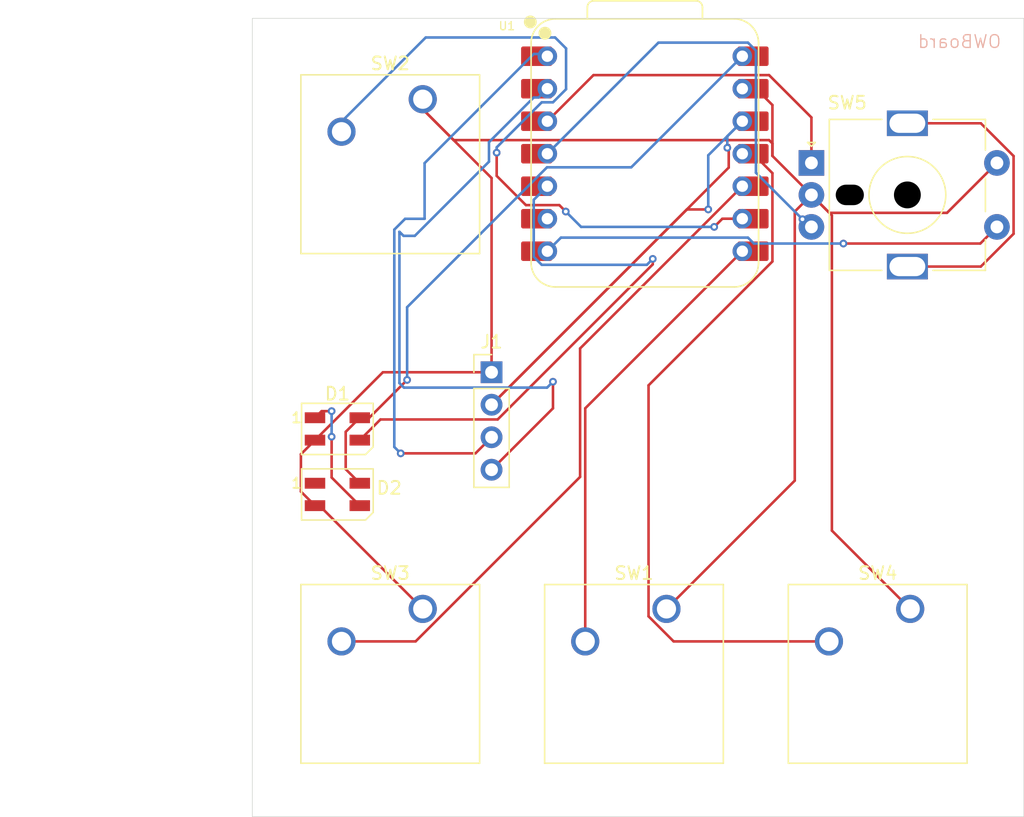
<source format=kicad_pcb>
(kicad_pcb (version 20241229) (generator "pcbnew") (generator_version "9.0")
  (layers (0 "F.Cu" signal) (2 "B.Cu" signal) (13 "F.Paste" user) (15 "B.Paste" user) (5 "F.SilkS" user "F.Silkscreen") (7 "B.SilkS" user "B.Silkscreen") (1 "F.Mask" user) (3 "B.Mask" user) (25 "Edge.Cuts" user))
  (net 0 "")
  (net 1 "GND")
  (net 2 "Net-(D1-DOUT)")
  (net 3 "Net-(D1-DIN)")
  (net 4 "+5V")
  (net 6 "Net-(J1-Pin_4)")
  (net 7 "Net-(J1-Pin_2)")
  (net 8 "Net-(J1-Pin_3)")
  (net 9 "Net-(U1-GPIO1{slash}RX)")
  (net 10 "Net-(U1-GPIO2{slash}SCK)")
  (net 11 "Net-(U1-GPIO4{slash}MISO)")
  (net 12 "Net-(U1-GPIO3{slash}MOSI)")
  (net 13 "Net-(U1-GPIO28{slash}ADC2{slash}A2)")
  (net 14 "unconnected-(SW5-PadMP)")
  (net 15 "Net-(U1-GPIO29{slash}ADC3{slash}A3)")
  (net 16 "Net-(U1-GPIO0{slash}TX)")
  (footprint "Connector_PinHeader_2.54mm:PinHeader_1x04_P2.54mm_Vertical" (layer "F.Cu") (at 86.5 85.96)
    (property "Reference" "J1" (at 0 -2.38 0) (layer "F.SilkS"))
    (property "Value" "Conn_01x04")
    (fp_line (start -1.38 -1.38) (end 0 -1.38) (stroke (width 0.12)) (layer "F.SilkS"))
    (fp_line (start -1.38 0) (end -1.38 -1.38) (stroke (width 0.12)) (layer "F.SilkS"))
    (fp_line (start -1.38 1.27) (end -1.38 9) (stroke (width 0.12)) (layer "F.SilkS"))
    (fp_line (start -1.38 1.27) (end 1.38 1.27) (stroke (width 0.12)) (layer "F.SilkS"))
    (fp_line (start -1.38 9) (end 1.38 9) (stroke (width 0.12)) (layer "F.SilkS"))
    (fp_line (start 1.38 1.27) (end 1.38 9) (stroke (width 0.12)) (layer "F.SilkS"))
    (pad "1" thru_hole rect (at 0 0) (size 1.7 1.7) (drill 1) (layers "*.Cu" "*.Mask") (net 1 "GND"))
    (pad "2" thru_hole circle (at 0 2.54) (size 1.7 1.7) (drill 1) (layers "*.Cu" "*.Mask") (net 7 "Net-(J1-Pin_2)"))
    (pad "3" thru_hole circle (at 0 5.08) (size 1.7 1.7) (drill 1) (layers "*.Cu" "*.Mask") (net 8 "Net-(J1-Pin_3)"))
    (pad "4" thru_hole circle (at 0 7.62) (size 1.7 1.7) (drill 1) (layers "*.Cu" "*.Mask") (net 6 "Net-(J1-Pin_4)"))
  )
  (footprint "LED_SMD:LED_SK6812MINI_PLCC4_3.5x3.5mm_P1.75mm" (layer "F.Cu") (at 74.45 90.39125)
    (property "Reference" "D1" (at 0 -2.75 0) (layer "F.SilkS"))
    (property "Value" "SK6812MINI")
    (fp_line (start -2.8 -2) (end -2.8 2) (stroke (width 0.12)) (layer "F.SilkS"))
    (fp_line (start -2.8 -2) (end 2.8 -2) (stroke (width 0.12)) (layer "F.SilkS"))
    (fp_line (start -2.8 2) (end 2.2 2) (stroke (width 0.12)) (layer "F.SilkS"))
    (fp_line (start 2.8 1.4) (end 2.2 2) (stroke (width 0.12)) (layer "F.SilkS"))
    (fp_line (start 2.8 1.4) (end 2.8 -2) (stroke (width 0.12)) (layer "F.SilkS"))
    (fp_text user "1" (at -3.2 -0.875 0) (layer "F.SilkS") (effects (font (size 0.8 0.8))))
    (pad "1" smd rect (at -1.75 -0.875) (size 1.6 0.85) (layers "F.Cu" "F.Mask" "F.Paste") (net 2 "Net-(D1-DOUT)"))
    (pad "2" smd rect (at -1.75 0.875) (size 1.6 0.85) (layers "F.Cu" "F.Mask" "F.Paste") (net 1 "GND"))
    (pad "3" smd rect (at 1.75 0.875) (size 1.6 0.85) (layers "F.Cu" "F.Mask" "F.Paste") (net 3 "Net-(D1-DIN)"))
    (pad "4" smd rect (at 1.75 -0.875) (size 1.6 0.85) (layers "F.Cu" "F.Mask" "F.Paste") (net 4 "+5V"))
  )
  (footprint "Button_Switch_Keyboard:SW_Cherry_MX_1.00u_PCB" (layer "F.Cu") (at 100.17125 104.4575)
    (property "Reference" "SW1" (at -2.54 -2.794 0) (layer "F.SilkS"))
    (property "Value" "SW_Push")
    (fp_line (start -9.525 -1.905) (end 4.445 -1.905) (stroke (width 0.12)) (layer "F.SilkS"))
    (fp_line (start -9.525 12.065) (end -9.525 -1.905) (stroke (width 0.12)) (layer "F.SilkS"))
    (fp_line (start 4.445 -1.905) (end 4.445 12.065) (stroke (width 0.12)) (layer "F.SilkS"))
    (fp_line (start 4.445 12.065) (end -9.525 12.065) (stroke (width 0.12)) (layer "F.SilkS"))
    (pad "" np_thru_hole circle (at -7.62 5.08) (size 1.7 1.7) (drill 1.7) (layers "*.Cu" "*.Mask"))
    (pad "" np_thru_hole circle (at -2.54 5.08) (size 4 4) (drill 4) (layers "*.Cu" "*.Mask"))
    (pad "" np_thru_hole circle (at 2.54 5.08) (size 1.7 1.7) (drill 1.7) (layers "*.Cu" "*.Mask"))
    (pad "1" thru_hole circle (at 0 0) (size 2.2 2.2) (drill 1.5) (layers "*.Cu" "*.Mask") (net 1 "GND"))
    (pad "2" thru_hole circle (at -6.35 2.54) (size 2.2 2.2) (drill 1.5) (layers "*.Cu" "*.Mask") (net 9 "Net-(U1-GPIO1{slash}RX)"))
  )
  (footprint "Button_Switch_Keyboard:SW_Cherry_MX_1.00u_PCB" (layer "F.Cu") (at 81.12125 64.62)
    (property "Reference" "SW2" (at -2.54 -2.794 0) (layer "F.SilkS"))
    (property "Value" "SW_Push")
    (fp_line (start -9.525 -1.905) (end 4.445 -1.905) (stroke (width 0.12)) (layer "F.SilkS"))
    (fp_line (start -9.525 12.065) (end -9.525 -1.905) (stroke (width 0.12)) (layer "F.SilkS"))
    (fp_line (start 4.445 -1.905) (end 4.445 12.065) (stroke (width 0.12)) (layer "F.SilkS"))
    (fp_line (start 4.445 12.065) (end -9.525 12.065) (stroke (width 0.12)) (layer "F.SilkS"))
    (pad "" np_thru_hole circle (at -7.62 5.08) (size 1.7 1.7) (drill 1.7) (layers "*.Cu" "*.Mask"))
    (pad "" np_thru_hole circle (at -2.54 5.08) (size 4 4) (drill 4) (layers "*.Cu" "*.Mask"))
    (pad "" np_thru_hole circle (at 2.54 5.08) (size 1.7 1.7) (drill 1.7) (layers "*.Cu" "*.Mask"))
    (pad "1" thru_hole circle (at 0 0) (size 2.2 2.2) (drill 1.5) (layers "*.Cu" "*.Mask") (net 1 "GND"))
    (pad "2" thru_hole circle (at -6.35 2.54) (size 2.2 2.2) (drill 1.5) (layers "*.Cu" "*.Mask") (net 10 "Net-(U1-GPIO2{slash}SCK)"))
  )
  (footprint "OPL:XIAO-RP2040-DIP" (layer "F.Cu") (at 98.48 68.88)
    (property "Reference" "U1" (at -10.78 -9.98 0) (layer "F.SilkS") (effects (font (size 0.635 0.635) (thickness 0.1016))))
    (property "Value" "XIAO-RP2040-DIP")
    (fp_line (start -8.89 8.509) (end -8.89 -8.636) (stroke (width 0.127)) (layer "F.SilkS"))
    (fp_line (start -6.985 10.414) (end 6.985 10.414) (stroke (width 0.127)) (layer "F.SilkS"))
    (fp_line (start -4.495 -10.541) (end -4.491272 -11.451272) (stroke (width 0.127)) (layer "F.SilkS"))
    (fp_line (start -3.991272 -11.951) (end 4.004 -11.951) (stroke (width 0.127)) (layer "F.SilkS"))
    (fp_line (start 4.504 -11.451) (end 4.504 -10.541) (stroke (width 0.127)) (layer "F.SilkS"))
    (fp_line (start 6.985 -10.541) (end -6.985 -10.541) (stroke (width 0.1)) (layer "F.SilkS"))
    (fp_line (start 6.985 -10.541) (end -6.985 -10.541) (stroke (width 0.127)) (layer "F.SilkS"))
    (fp_line (start 8.89 8.509) (end 8.89 -8.636) (stroke (width 0.127)) (layer "F.SilkS"))
    (fp_arc (start -8.89 -8.636) (mid -8.332038 -9.983038) (end -6.985 -10.541) (stroke (width 0.127)) (layer "F.SilkS"))
    (fp_arc (start -6.985 10.414) (mid -8.332038 9.856038) (end -8.89 8.509) (stroke (width 0.127)) (layer "F.SilkS"))
    (fp_arc (start -4.491272 -11.451272) (mid -4.344728 -11.80464) (end -3.991272 -11.951) (stroke (width 0.127)) (layer "F.SilkS"))
    (fp_arc (start 4.004 -11.951) (mid 4.357553 -11.804553) (end 4.504 -11.451) (stroke (width 0.127)) (layer "F.SilkS"))
    (fp_arc (start 6.985 -10.541) (mid 8.332038 -9.983038) (end 8.89 -8.636) (stroke (width 0.127)) (layer "F.SilkS"))
    (fp_arc (start 8.89 8.509) (mid 8.332038 9.856038) (end 6.985 10.414) (stroke (width 0.127)) (layer "F.SilkS"))
    (fp_circle (center -8.95 -10.3) (end -8.95 -10.554) (stroke (width 0.5)) (fill yes) (layer "F.SilkS"))
    (fp_circle (center -7.807 -9.42) (end -7.807 -9.674) (stroke (width 0.5)) (fill yes) (layer "F.SilkS"))
    (pad "1" smd roundrect (at -8.455 -7.62 180) (size 2.432 1.524) (layers "F.Cu" "F.Mask") (roundrect_rratio 0.1) (net 8 "Net-(J1-Pin_3)"))
    (pad "1" thru_hole circle (at -7.62 -7.62 180) (size 1.524 1.524) (drill 0.889) (layers "*.Cu" "*.Mask") (net 8 "Net-(J1-Pin_3)"))
    (pad "2" smd roundrect (at -8.455 -5.08 180) (size 2.432 1.524) (layers "F.Cu" "F.Mask") (roundrect_rratio 0.1) (net 6 "Net-(J1-Pin_4)"))
    (pad "2" thru_hole circle (at -7.62 -5.08 180) (size 1.524 1.524) (drill 0.889) (layers "*.Cu" "*.Mask") (net 6 "Net-(J1-Pin_4)"))
    (pad "3" smd roundrect (at -8.455 -2.54 180) (size 2.432 1.524) (layers "F.Cu" "F.Mask") (roundrect_rratio 0.1) (net 13 "Net-(U1-GPIO28{slash}ADC2{slash}A2)"))
    (pad "3" thru_hole circle (at -7.62 -2.54 180) (size 1.524 1.524) (drill 0.889) (layers "*.Cu" "*.Mask") (net 13 "Net-(U1-GPIO28{slash}ADC2{slash}A2)"))
    (pad "4" smd roundrect (at -8.455 0 180) (size 2.432 1.524) (layers "F.Cu" "F.Mask") (roundrect_rratio 0.1) (net 15 "Net-(U1-GPIO29{slash}ADC3{slash}A3)"))
    (pad "4" thru_hole circle (at -7.62 0 180) (size 1.524 1.524) (drill 0.889) (layers "*.Cu" "*.Mask") (net 15 "Net-(U1-GPIO29{slash}ADC3{slash}A3)"))
    (pad "5" smd roundrect (at -8.455 2.54 180) (size 2.432 1.524) (layers "F.Cu" "F.Mask") (roundrect_rratio 0.1) (net 3 "Net-(D1-DIN)"))
    (pad "5" thru_hole circle (at -7.62 2.54 180) (size 1.524 1.524) (drill 0.889) (layers "*.Cu" "*.Mask") (net 3 "Net-(D1-DIN)"))
    (pad "6" smd roundrect (at -8.455 5.08 180) (size 2.432 1.524) (layers "F.Cu" "F.Mask") (roundrect_rratio 0.1))
    (pad "6" thru_hole circle (at -7.62 5.08 180) (size 1.524 1.524) (drill 0.889) (layers "*.Cu" "*.Mask"))
    (pad "7" smd roundrect (at -8.455 7.62 180) (size 2.432 1.524) (layers "F.Cu" "F.Mask") (roundrect_rratio 0.1) (net 16 "Net-(U1-GPIO0{slash}TX)"))
    (pad "7" thru_hole circle (at -7.62 7.62 180) (size 1.524 1.524) (drill 0.889) (layers "*.Cu" "*.Mask") (net 16 "Net-(U1-GPIO0{slash}TX)"))
    (pad "8" thru_hole circle (at 7.62 7.62) (size 1.524 1.524) (drill 0.889) (layers "*.Cu" "*.Mask") (net 9 "Net-(U1-GPIO1{slash}RX)"))
    (pad "8" smd roundrect (at 8.455 7.62) (size 2.432 1.524) (layers "F.Cu" "F.Mask") (roundrect_rratio 0.1) (net 9 "Net-(U1-GPIO1{slash}RX)"))
    (pad "9" thru_hole circle (at 7.62 5.08) (size 1.524 1.524) (drill 0.889) (layers "*.Cu" "*.Mask") (net 10 "Net-(U1-GPIO2{slash}SCK)"))
    (pad "9" smd roundrect (at 8.455 5.08) (size 2.432 1.524) (layers "F.Cu" "F.Mask") (roundrect_rratio 0.1) (net 10 "Net-(U1-GPIO2{slash}SCK)"))
    (pad "10" thru_hole circle (at 7.62 2.54) (size 1.524 1.524) (drill 0.889) (layers "*.Cu" "*.Mask") (net 11 "Net-(U1-GPIO4{slash}MISO)"))
    (pad "10" smd roundrect (at 8.455 2.54) (size 2.432 1.524) (layers "F.Cu" "F.Mask") (roundrect_rratio 0.1) (net 11 "Net-(U1-GPIO4{slash}MISO)"))
    (pad "11" thru_hole circle (at 7.62 0) (size 1.524 1.524) (drill 0.889) (layers "*.Cu" "*.Mask") (net 12 "Net-(U1-GPIO3{slash}MOSI)"))
    (pad "11" smd roundrect (at 8.455 0) (size 2.432 1.524) (layers "F.Cu" "F.Mask") (roundrect_rratio 0.1) (net 12 "Net-(U1-GPIO3{slash}MOSI)"))
    (pad "12" thru_hole circle (at 7.62 -2.54) (size 1.524 1.524) (drill 0.889) (layers "*.Cu" "*.Mask") (net 7 "Net-(J1-Pin_2)"))
    (pad "12" smd roundrect (at 8.455 -2.54) (size 2.432 1.524) (layers "F.Cu" "F.Mask") (roundrect_rratio 0.1) (net 7 "Net-(J1-Pin_2)"))
    (pad "13" thru_hole circle (at 7.62 -5.08) (size 1.524 1.524) (drill 0.889) (layers "*.Cu" "*.Mask") (net 1 "GND"))
    (pad "13" smd roundrect (at 8.455 -5.08) (size 2.432 1.524) (layers "F.Cu" "F.Mask") (roundrect_rratio 0.1) (net 1 "GND"))
    (pad "14" thru_hole circle (at 7.62 -7.62) (size 1.524 1.524) (drill 0.889) (layers "*.Cu" "*.Mask") (net 4 "+5V"))
    (pad "14" smd roundrect (at 8.455 -7.62) (size 2.432 1.524) (layers "F.Cu" "F.Mask") (roundrect_rratio 0.1) (net 4 "+5V"))
  )
  (footprint "Button_Switch_Keyboard:SW_Cherry_MX_1.00u_PCB" (layer "F.Cu") (at 119.22125 104.4575)
    (property "Reference" "SW4" (at -2.54 -2.794 0) (layer "F.SilkS"))
    (property "Value" "SW_Push")
    (fp_line (start -9.525 -1.905) (end 4.445 -1.905) (stroke (width 0.12)) (layer "F.SilkS"))
    (fp_line (start -9.525 12.065) (end -9.525 -1.905) (stroke (width 0.12)) (layer "F.SilkS"))
    (fp_line (start 4.445 -1.905) (end 4.445 12.065) (stroke (width 0.12)) (layer "F.SilkS"))
    (fp_line (start 4.445 12.065) (end -9.525 12.065) (stroke (width 0.12)) (layer "F.SilkS"))
    (pad "" np_thru_hole circle (at -7.62 5.08) (size 1.7 1.7) (drill 1.7) (layers "*.Cu" "*.Mask"))
    (pad "" np_thru_hole circle (at -2.54 5.08) (size 4 4) (drill 4) (layers "*.Cu" "*.Mask"))
    (pad "" np_thru_hole circle (at 2.54 5.08) (size 1.7 1.7) (drill 1.7) (layers "*.Cu" "*.Mask"))
    (pad "1" thru_hole circle (at 0 0) (size 2.2 2.2) (drill 1.5) (layers "*.Cu" "*.Mask") (net 1 "GND"))
    (pad "2" thru_hole circle (at -6.35 2.54) (size 2.2 2.2) (drill 1.5) (layers "*.Cu" "*.Mask") (net 12 "Net-(U1-GPIO3{slash}MOSI)"))
  )
  (footprint "Button_Switch_Keyboard:SW_Cherry_MX_1.00u_PCB" (layer "F.Cu") (at 81.12125 104.4575)
    (property "Reference" "SW3" (at -2.54 -2.794 0) (layer "F.SilkS"))
    (property "Value" "SW_Push")
    (fp_line (start -9.525 -1.905) (end 4.445 -1.905) (stroke (width 0.12)) (layer "F.SilkS"))
    (fp_line (start -9.525 12.065) (end -9.525 -1.905) (stroke (width 0.12)) (layer "F.SilkS"))
    (fp_line (start 4.445 -1.905) (end 4.445 12.065) (stroke (width 0.12)) (layer "F.SilkS"))
    (fp_line (start 4.445 12.065) (end -9.525 12.065) (stroke (width 0.12)) (layer "F.SilkS"))
    (pad "" np_thru_hole circle (at -7.62 5.08) (size 1.7 1.7) (drill 1.7) (layers "*.Cu" "*.Mask"))
    (pad "" np_thru_hole circle (at -2.54 5.08) (size 4 4) (drill 4) (layers "*.Cu" "*.Mask"))
    (pad "" np_thru_hole circle (at 2.54 5.08) (size 1.7 1.7) (drill 1.7) (layers "*.Cu" "*.Mask"))
    (pad "1" thru_hole circle (at 0 0) (size 2.2 2.2) (drill 1.5) (layers "*.Cu" "*.Mask") (net 1 "GND"))
    (pad "2" thru_hole circle (at -6.35 2.54) (size 2.2 2.2) (drill 1.5) (layers "*.Cu" "*.Mask") (net 11 "Net-(U1-GPIO4{slash}MISO)"))
  )
  (footprint "Rotary_Encoder:RotaryEncoder_Alps_EC11E-Switch_Vertical_H20mm_MountingHoles" (layer "F.Cu") (at 111.5 69.6)
    (property "Reference" "SW5" (at 2.8 -4.7 0) (layer "F.SilkS"))
    (property "Value" "RotaryEncoder_Switch_MP")
    (fp_line (start -0.3 -1.6) (end 0.3 -1.6) (stroke (width 0.12)) (layer "F.SilkS"))
    (fp_line (start 0 -1.3) (end -0.3 -1.6) (stroke (width 0.12)) (layer "F.SilkS"))
    (fp_line (start 0.3 -1.6) (end 0 -1.3) (stroke (width 0.12)) (layer "F.SilkS"))
    (fp_line (start 1.4 -3.4) (end 1.4 8.4) (stroke (width 0.12)) (layer "F.SilkS"))
    (fp_line (start 5.5 -3.4) (end 1.4 -3.4) (stroke (width 0.12)) (layer "F.SilkS"))
    (fp_line (start 5.5 8.4) (end 1.4 8.4) (stroke (width 0.12)) (layer "F.SilkS"))
    (fp_line (start 9.5 -3.4) (end 13.6 -3.4) (stroke (width 0.12)) (layer "F.SilkS"))
    (fp_line (start 13.6 -3.4) (end 13.6 -1) (stroke (width 0.12)) (layer "F.SilkS"))
    (fp_line (start 13.6 1.2) (end 13.6 3.8) (stroke (width 0.12)) (layer "F.SilkS"))
    (fp_line (start 13.6 6) (end 13.6 8.4) (stroke (width 0.12)) (layer "F.SilkS"))
    (fp_line (start 13.6 8.4) (end 9.5 8.4) (stroke (width 0.12)) (layer "F.SilkS"))
    (fp_circle (center 7.5 2.5) (end 10.5 2.5) (stroke (width 0.12)) (fill no) (layer "F.SilkS"))
    (pad "" np_thru_hole oval (at 3 2.5) (size 2.2 1.6) (drill oval 2.2 1.6) (layers "*.Mask"))
    (pad "" np_thru_hole circle (at 7.5 2.5) (size 2.1 2.1) (drill 2.1) (layers "*.Mask"))
    (pad "A" thru_hole rect (at 0 0) (size 2 2) (drill 1) (layers "*.Cu" "*.Mask") (net 13 "Net-(U1-GPIO28{slash}ADC2{slash}A2)"))
    (pad "B" thru_hole circle (at 0 5) (size 2 2) (drill 1) (layers "*.Cu" "*.Mask") (net 15 "Net-(U1-GPIO29{slash}ADC3{slash}A3)"))
    (pad "C" thru_hole circle (at 0 2.5) (size 2 2) (drill 1) (layers "*.Cu" "*.Mask") (net 1 "GND"))
    (pad "MP" thru_hole rect (at 7.5 -3.1) (size 3.2 2) (drill oval 2.8 1.5) (layers "*.Cu" "*.Mask") (net 14 "unconnected-(SW5-PadMP)"))
    (pad "MP" thru_hole rect (at 7.5 8.1) (size 3.2 2) (drill oval 2.8 1.5) (layers "*.Cu" "*.Mask") (net 14 "unconnected-(SW5-PadMP)"))
    (pad "S1" thru_hole circle (at 14.5 5) (size 2 2) (drill 1) (layers "*.Cu" "*.Mask") (net 16 "Net-(U1-GPIO0{slash}TX)"))
    (pad "S2" thru_hole circle (at 14.5 0) (size 2 2) (drill 1) (layers "*.Cu" "*.Mask") (net 1 "GND"))
  )
  (footprint "LED_SMD:LED_SK6812MINI_PLCC4_3.5x3.5mm_P1.75mm" (layer "F.Cu") (at 74.45 95.51125)
    (property "Reference" "D2" (at 4.05 -0.51125 0) (layer "F.SilkS"))
    (property "Value" "SK6812MINI")
    (fp_line (start -2.8 -2) (end -2.8 2) (stroke (width 0.12)) (layer "F.SilkS"))
    (fp_line (start -2.8 -2) (end 2.8 -2) (stroke (width 0.12)) (layer "F.SilkS"))
    (fp_line (start -2.8 2) (end 2.2 2) (stroke (width 0.12)) (layer "F.SilkS"))
    (fp_line (start 2.8 1.4) (end 2.2 2) (stroke (width 0.12)) (layer "F.SilkS"))
    (fp_line (start 2.8 1.4) (end 2.8 -2) (stroke (width 0.12)) (layer "F.SilkS"))
    (fp_text user "1" (at -3.2 -0.875 0) (layer "F.SilkS") (effects (font (size 0.8 0.8))))
    (pad "1" smd rect (at -1.75 -0.875) (size 1.6 0.85) (layers "F.Cu" "F.Mask" "F.Paste"))
    (pad "2" smd rect (at -1.75 0.875) (size 1.6 0.85) (layers "F.Cu" "F.Mask" "F.Paste") (net 1 "GND"))
    (pad "3" smd rect (at 1.75 0.875) (size 1.6 0.85) (layers "F.Cu" "F.Mask" "F.Paste") (net 2 "Net-(D1-DOUT)"))
    (pad "4" smd rect (at 1.75 -0.875) (size 1.6 0.85) (layers "F.Cu" "F.Mask" "F.Paste") (net 4 "+5V"))
  )
  (gr_rect (start 67.8 58.3) (end 128.1 120.7) (stroke (width 0.05)) (fill no) (layer "Edge.Cuts"))
  (gr_text "OWBoard" (at 126.4 60.7 0) (layer "B.SilkS") (effects (font (size 1 1) (thickness 0.1)) (justify left bottom mirror)))
  (segment (start 107.17763 63.8) (end 106.1 63.8) (width 0.2) (layer "F.Cu") (net 1))
  (segment (start 111.5 72.1) (end 108.452 69.052) (width 0.2) (layer "F.Cu") (net 1))
  (segment (start 80.96375 104.3) (end 80.7 104.3) (width 0.2) (layer "F.Cu") (net 1))
  (segment (start 72.7 91.26625) (end 71.599 92.36725) (width 0.2) (layer "F.Cu") (net 1))
  (segment (start 83.537 67.817) (end 80.34 64.62) (width 0.2) (layer "F.Cu") (net 1))
  (segment (start 111.5 72.1) (end 113.1 73.7) (width 0.2) (layer "F.Cu") (net 1))
  (segment (start 108.452 69.052) (end 108.452 68.078374) (width 0.2) (layer "F.Cu") (net 1))
  (segment (start 73.05 96.38625) (end 81.12125 104.4575) (width 0.2) (layer "F.Cu") (net 1))
  (segment (start 110.199 73.401) (end 110.199 94.42975) (width 0.2) (layer "F.Cu") (net 1))
  (segment (start 126 69.6) (end 122.099 73.501) (width 0.2) (layer "F.Cu") (net 1))
  (segment (start 111.5 72.1) (end 110.199 73.401) (width 0.2) (layer "F.Cu") (net 1))
  (segment (start 71.599 92.36725) (end 71.599 95.28525) (width 0.2) (layer "F.Cu") (net 1))
  (segment (start 108.452 68.078374) (end 108.190626 67.817) (width 0.2) (layer "F.Cu") (net 1))
  (segment (start 112.901 73.501) (end 111.5 72.1) (width 0.2) (layer "F.Cu") (net 1))
  (segment (start 108.452 69.052) (end 108.452 65.07437) (width 0.2) (layer "F.Cu") (net 1))
  (segment (start 122.099 73.501) (end 112.901 73.501) (width 0.2) (layer "F.Cu") (net 1))
  (segment (start 71.599 95.28525) (end 72.7 96.38625) (width 0.2) (layer "F.Cu") (net 1))
  (segment (start 108.190626 67.817) (end 83.537 67.817) (width 0.2) (layer "F.Cu") (net 1))
  (segment (start 86.5 70.78) (end 86.5 85.96) (width 0.2) (layer "F.Cu") (net 1))
  (segment (start 113.1 73.7) (end 113.1 98.33625) (width 0.2) (layer "F.Cu") (net 1))
  (segment (start 108.452 65.07437) (end 107.17763 63.8) (width 0.2) (layer "F.Cu") (net 1))
  (segment (start 81.12125 104.4575) (end 80.96375 104.3) (width 0.2) (layer "F.Cu") (net 1))
  (segment (start 113.1 98.33625) (end 119.22125 104.4575) (width 0.2) (layer "F.Cu") (net 1))
  (segment (start 110.199 94.42975) (end 100.17125 104.4575) (width 0.2) (layer "F.Cu") (net 1))
  (segment (start 72.7 96.38625) (end 73.05 96.38625) (width 0.2) (layer "F.Cu") (net 1))
  (segment (start 80.34 64.62) (end 86.5 70.78) (width 0.2) (layer "F.Cu") (net 1))
  (segment (start 78.00625 85.96) (end 72.7 91.26625) (width 0.2) (layer "F.Cu") (net 1))
  (segment (start 86.5 85.96) (end 78.00625 85.96) (width 0.2) (layer "F.Cu") (net 1))
  (segment (start 74.000002 94.186252) (end 74.000002 91) (width 0.2) (layer "F.Cu") (net 2))
  (segment (start 76.2 96.38625) (end 74.000002 94.186252) (width 0.2) (layer "F.Cu") (net 2))
  (segment (start 74 89) (end 73.21625 89) (width 0.2) (layer "F.Cu") (net 2))
  (segment (start 73.21625 89) (end 72.7 89.51625) (width 0.2) (layer "F.Cu") (net 2))
  (via (at 74.000002 91) (size 0.6) (drill 0.3) (layers "F.Cu" "B.Cu") (net 2))
  (via (at 74 89) (size 0.6) (drill 0.3) (layers "F.Cu" "B.Cu") (net 2))
  (segment (start 74.000002 91) (end 74.000002 89.000002) (width 0.2) (layer "B.Cu") (net 2))
  (segment (start 74.000002 89.000002) (end 74 89) (width 0.2) (layer "B.Cu") (net 2))
  (segment (start 77.81525 89.651) (end 86.97676 89.651) (width 0.2) (layer "F.Cu") (net 3))
  (segment (start 99.1 77.52776) (end 99.1 77.1) (width 0.2) (layer "F.Cu") (net 3))
  (segment (start 76.2 91.26625) (end 77.81525 89.651) (width 0.2) (layer "F.Cu") (net 3))
  (segment (start 86.97676 89.651) (end 99.1 77.52776) (width 0.2) (layer "F.Cu") (net 3))
  (via (at 99.1 77.1) (size 0.6) (drill 0.3) (layers "F.Cu" "B.Cu") (net 3))
  (segment (start 90.41969 77.563) (end 89.797 76.94031) (width 0.2) (layer "B.Cu") (net 3))
  (segment (start 89.797 72.483) (end 90.86 71.42) (width 0.2) (layer "B.Cu") (net 3))
  (segment (start 89.797 76.94031) (end 89.797 72.483) (width 0.2) (layer "B.Cu") (net 3))
  (segment (start 99.1 77.1) (end 98.637 77.563) (width 0.2) (layer "B.Cu") (net 3))
  (segment (start 98.637 77.563) (end 90.41969 77.563) (width 0.2) (layer "B.Cu") (net 3))
  (segment (start 76.94375 89.51625) (end 79.9 86.56) (width 0.2) (layer "F.Cu") (net 4))
  (segment (start 75.099 90.61725) (end 75.099 93.53525) (width 0.2) (layer "F.Cu") (net 4))
  (segment (start 76.2 89.51625) (end 75.099 90.61725) (width 0.2) (layer "F.Cu") (net 4))
  (segment (start 75.099 93.53525) (end 76.2 94.63625) (width 0.2) (layer "F.Cu") (net 4))
  (segment (start 76.2 89.51625) (end 76.94375 89.51625) (width 0.2) (layer "F.Cu") (net 4))
  (via (at 79.9 86.56) (size 0.6) (drill 0.3) (layers "F.Cu" "B.Cu") (net 4))
  (segment (start 90.83369 69.943) (end 97.417 69.943) (width 0.2) (layer "B.Cu") (net 4))
  (segment (start 79.9 86.56) (end 79.9 80.87669) (width 0.2) (layer "B.Cu") (net 4))
  (segment (start 97.417 69.943) (end 106.1 61.26) (width 0.2) (layer "B.Cu") (net 4))
  (segment (start 79.9 80.87669) (end 90.83369 69.943) (width 0.2) (layer "B.Cu") (net 4))
  (segment (start 91.3 88.78) (end 91.3 86.7) (width 0.2) (layer "F.Cu") (net 6))
  (segment (start 86.5 93.58) (end 91.3 88.78) (width 0.2) (layer "F.Cu") (net 6))
  (via (at 91.3 86.7) (size 0.6) (drill 0.3) (layers "F.Cu" "B.Cu") (net 6))
  (segment (start 89.797 64.48147) (end 90.17853 64.48147) (width 0.2) (layer "B.Cu") (net 6))
  (segment (start 91.3 86.7) (end 90.839 87.161) (width 0.2) (layer "B.Cu") (net 6))
  (segment (start 89.797 64.48147) (end 86.299 67.97947) (width 0.2) (layer "B.Cu") (net 6))
  (segment (start 90.17853 64.48147) (end 90.86 63.8) (width 0.2) (layer "B.Cu") (net 6))
  (segment (start 86.299 67.97947) (end 86.299 69.501) (width 0.2) (layer "B.Cu") (net 6))
  (segment (start 79.299 86.808943) (end 79.299 74.97947) (width 0.2) (layer "B.Cu") (net 6))
  (segment (start 90.839 87.161) (end 79.651057 87.161) (width 0.2) (layer "B.Cu") (net 6))
  (segment (start 79.61953 75.3) (end 79.299 74.97947) (width 0.2) (layer "B.Cu") (net 6))
  (segment (start 86.299 69.501) (end 80.5 75.3) (width 0.2) (layer "B.Cu") (net 6))
  (segment (start 80.5 75.3) (end 79.61953 75.3) (width 0.2) (layer "B.Cu") (net 6))
  (segment (start 79.651057 87.161) (end 79.299 86.808943) (width 0.2) (layer "B.Cu") (net 6))
  (segment (start 105.057 68.218) (end 105.037 68.238) (width 0.2) (layer "F.Cu") (net 7))
  (segment (start 101.764265 73.235735) (end 103.435735 73.235735) (width 0.2) (layer "F.Cu") (net 7))
  (segment (start 105.037 68.238) (end 105.037 69.963) (width 0.2) (layer "F.Cu") (net 7))
  (segment (start 105.037 69.963) (end 86.5 88.5) (width 0.2) (layer "F.Cu") (net 7))
  (segment (start 105.057 68.285998) (end 104.925998 68.417) (width 0.2) (layer "F.Cu") (net 7))
  (segment (start 86.5 88.5) (end 101.764265 73.235735) (width 0.2) (layer "F.Cu") (net 7))
  (segment (start 105.057 68.218) (end 105.057 68.285998) (width 0.2) (layer "F.Cu") (net 7))
  (via (at 103.435735 73.235735) (size 0.6) (drill 0.3) (layers "F.Cu" "B.Cu") (net 7))
  (via (at 104.925998 68.417) (size 0.6) (drill 0.3) (layers "F.Cu" "B.Cu") (net 7))
  (segment (start 104.925998 68.417) (end 104.925998 67.514002) (width 0.2) (layer "B.Cu") (net 7))
  (segment (start 103.435735 73.235735) (end 103.435735 69.004265) (width 0.2) (layer "B.Cu") (net 7))
  (segment (start 104.925998 67.514002) (end 106.1 66.34) (width 0.2) (layer "B.Cu") (net 7))
  (segment (start 103.435735 69.004265) (end 106.1 66.34) (width 0.2) (layer "B.Cu") (net 7))
  (segment (start 86.5 91.04) (end 85.24 92.3) (width 0.2) (layer "F.Cu") (net 8))
  (segment (start 85.24 92.3) (end 79.4 92.3) (width 0.2) (layer "F.Cu") (net 8))
  (via (at 79.4 92.3) (size 0.6) (drill 0.3) (layers "F.Cu" "B.Cu") (net 8))
  (segment (start 79.74492 73.96645) (end 78.898 74.81337) (width 0.2) (layer "B.Cu") (net 8))
  (segment (start 90.46837 61.08453) (end 90.57645 60.97645) (width 0.2) (layer "B.Cu") (net 8))
  (segment (start 81.26645 69.61508) (end 81.26645 73.96645) (width 0.2) (layer "B.Cu") (net 8))
  (segment (start 78.898 91.798) (end 79.4 92.3) (width 0.2) (layer "B.Cu") (net 8))
  (segment (start 78.898 74.81337) (end 78.898 91.798) (width 0.2) (layer "B.Cu") (net 8))
  (segment (start 89.797 61.08453) (end 81.26645 69.61508) (width 0.2) (layer "B.Cu") (net 8))
  (segment (start 81.26645 73.96645) (end 79.74492 73.96645) (width 0.2) (layer "B.Cu") (net 8))
  (segment (start 89.797 61.08453) (end 90.46837 61.08453) (width 0.2) (layer "B.Cu") (net 8))
  (segment (start 93.82125 88.77875) (end 106.1 76.5) (width 0.2) (layer "F.Cu") (net 9))
  (segment (start 93.82125 106.9975) (end 93.82125 88.77875) (width 0.2) (layer "F.Cu") (net 9))
  (segment (start 92.3 73.4) (end 91.797 72.897) (width 0.2) (layer "F.Cu") (net 10))
  (segment (start 89.183374 72.897) (end 86.9 70.613626) (width 0.2) (layer "F.Cu") (net 10))
  (segment (start 91.797 72.897) (end 89.183374 72.897) (width 0.2) (layer "F.Cu") (net 10))
  (segment (start 106.1 73.96) (end 104.54 73.96) (width 0.2) (layer "F.Cu") (net 10))
  (segment (start 104.54 73.96) (end 103.9 74.6) (width 0.2) (layer "F.Cu") (net 10))
  (segment (start 86.9 70.613626) (end 86.9 68.8) (width 0.2) (layer "F.Cu") (net 10))
  (via (at 92.3 73.4) (size 0.6) (drill 0.3) (layers "F.Cu" "B.Cu") (net 10))
  (via (at 86.9 68.8) (size 0.6) (drill 0.3) (layers "F.Cu" "B.Cu") (net 10))
  (via (at 103.9 74.6) (size 0.6) (drill 0.3) (layers "F.Cu" "B.Cu") (net 10))
  (segment (start 91.46641 59.796) (end 81.354 59.796) (width 0.2) (layer "B.Cu") (net 10))
  (segment (start 86.9 68.38269) (end 90.41969 64.863) (width 0.2) (layer "B.Cu") (net 10))
  (segment (start 90.41969 64.863) (end 91.30031 64.863) (width 0.2) (layer "B.Cu") (net 10))
  (segment (start 92.324 63.83931) (end 92.324 60.65359) (width 0.2) (layer "B.Cu") (net 10))
  (segment (start 86.9 68.8) (end 86.9 68.38269) (width 0.2) (layer "B.Cu") (net 10))
  (segment (start 103.9 74.6) (end 93.5 74.6) (width 0.2) (layer "B.Cu") (net 10))
  (segment (start 93.5 74.6) (end 92.3 73.4) (width 0.2) (layer "B.Cu") (net 10))
  (segment (start 91.30031 64.863) (end 92.324 63.83931) (width 0.2) (layer "B.Cu") (net 10))
  (segment (start 92.324 60.65359) (end 91.46641 59.796) (width 0.2) (layer "B.Cu") (net 10))
  (segment (start 81.354 59.796) (end 73.99 67.16) (width 0.2) (layer "B.Cu") (net 10))
  (segment (start 74.77125 106.9975) (end 80.562564 106.9975) (width 0.2) (layer "F.Cu") (net 11))
  (segment (start 93.42025 94.139814) (end 93.42025 84.09975) (width 0.2) (layer "F.Cu") (net 11))
  (segment (start 80.562564 106.9975) (end 93.42025 94.139814) (width 0.2) (layer "F.Cu") (net 11))
  (segment (start 93.42025 84.09975) (end 106.1 71.42) (width 0.2) (layer "F.Cu") (net 11))
  (segment (start 98.77025 105.037814) (end 98.77025 86.983376) (width 0.2) (layer "F.Cu") (net 12))
  (segment (start 112.87125 106.9975) (end 100.729936 106.9975) (width 0.2) (layer "F.Cu") (net 12))
  (segment (start 108.452 77.301626) (end 108.452 70.397) (width 0.2) (layer "F.Cu") (net 12))
  (segment (start 108.452 70.397) (end 106.935 68.88) (width 0.2) (layer "F.Cu") (net 12))
  (segment (start 100.729936 106.9975) (end 98.77025 105.037814) (width 0.2) (layer "F.Cu") (net 12))
  (segment (start 98.77025 86.983376) (end 108.452 77.301626) (width 0.2) (layer "F.Cu") (net 12))
  (segment (start 108.190626 62.737) (end 94.463 62.737) (width 0.2) (layer "F.Cu") (net 13))
  (segment (start 111.5 69.6) (end 111.5 66.046374) (width 0.2) (layer "F.Cu") (net 13))
  (segment (start 94.463 62.737) (end 90.86 66.34) (width 0.2) (layer "F.Cu") (net 13))
  (segment (start 111.5 66.046374) (end 108.190626 62.737) (width 0.2) (layer "F.Cu") (net 13))
  (segment (start 124.739892 77.7) (end 119 77.7) (width 0.2) (layer "F.Cu") (net 14))
  (segment (start 127.301 69.061108) (end 127.301 75.138892) (width 0.2) (layer "F.Cu") (net 14))
  (segment (start 124.739892 66.5) (end 127.301 69.061108) (width 0.2) (layer "F.Cu") (net 14))
  (segment (start 119 66.5) (end 124.739892 66.5) (width 0.2) (layer "F.Cu") (net 14))
  (segment (start 127.301 75.138892) (end 124.739892 77.7) (width 0.2) (layer "F.Cu") (net 14))
  (segment (start 111.399 74.6) (end 110.799 74) (width 0.2) (layer "F.Cu") (net 15))
  (segment (start 111.5 74.6) (end 111.399 74.6) (width 0.2) (layer "F.Cu") (net 15))
  (via (at 110.799 74) (size 0.6) (drill 0.3) (layers "F.Cu" "B.Cu") (net 15))
  (segment (start 106.54031 60.197) (end 99.543 60.197) (width 0.2) (layer "B.Cu") (net 15))
  (segment (start 107.163 70.364) (end 107.163 60.81969) (width 0.2) (layer "B.Cu") (net 15))
  (segment (start 110.799 74) (end 107.163 70.364) (width 0.2) (layer "B.Cu") (net 15))
  (segment (start 99.543 60.197) (end 90.86 68.88) (width 0.2) (layer "B.Cu") (net 15))
  (segment (start 107.163 60.81969) (end 106.54031 60.197) (width 0.2) (layer "B.Cu") (net 15))
  (segment (start 126 74.6) (end 124.7 75.9) (width 0.2) (layer "F.Cu") (net 16))
  (segment (start 124.7 75.9) (end 114 75.9) (width 0.2) (layer "F.Cu") (net 16))
  (via (at 114 75.9) (size 0.6) (drill 0.3) (layers "F.Cu" "B.Cu") (net 16))
  (segment (start 114 75.9) (end 107.00331 75.9) (width 0.2) (layer "B.Cu") (net 16))
  (segment (start 91.923 75.437) (end 90.86 76.5) (width 0.2) (layer "B.Cu") (net 16))
  (segment (start 106.54031 75.437) (end 91.923 75.437) (width 0.2) (layer "B.Cu") (net 16))
  (segment (start 107.00331 75.9) (end 106.54031 75.437) (width 0.2) (layer "B.Cu") (net 16))
)
</source>
